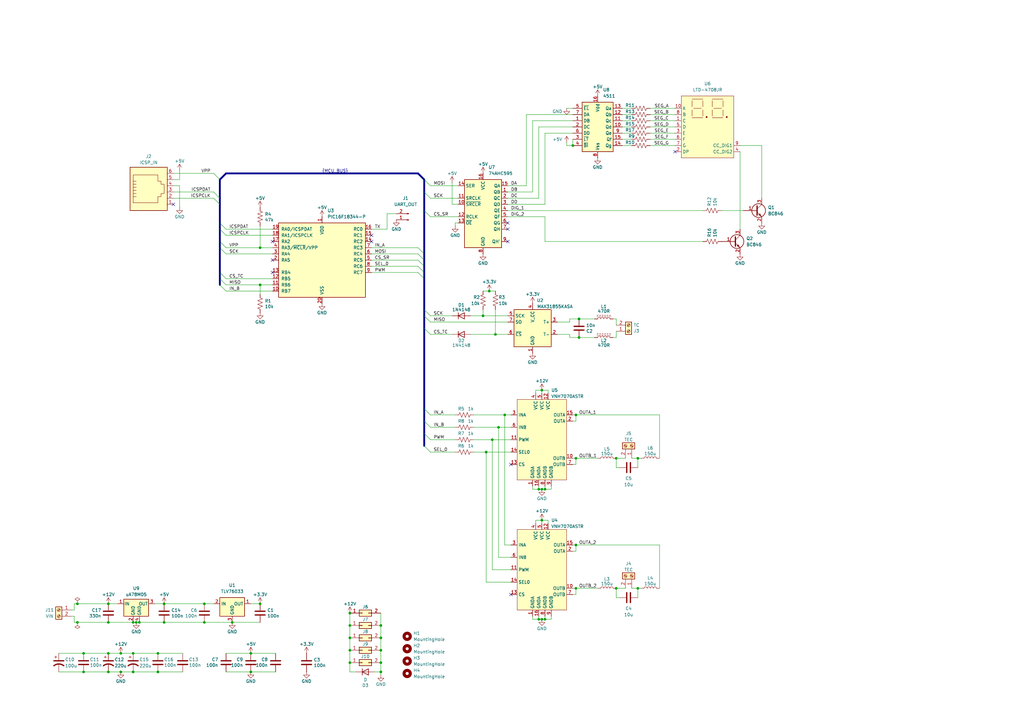
<source format=kicad_sch>
(kicad_sch (version 20231120) (generator "eeschema") (generator_version "8.0")
  (paper "A3")
  (bus_alias "MCU_BUS" (members "ICSPCLK" "ICSPDAT" "VPP" "PWM" "ENC_A" "ENC_B" "SEL_0" "IN_A" "IN_B" "CS" "TX" "MOSI" "MISO" "SCK" "DRDY" "CS_TC" "CS_SR"))
  (junction (at 106.68 116.84))
  (junction (at 143.51 261.62))
  (junction (at 223.52 254))
  (junction (at 222.25 254))
  (junction (at 236.22 223.52))
  (junction (at 236.22 241.3))
  (junction (at 220.98 254))
  (junction (at 207.01 170.18))
  (junction (at 222.25 160.02))
  (junction (at 106.68 101.6))
  (junction (at 198.12 129.54))
  (junction (at 143.51 251.46))
  (junction (at 67.31 247.65))
  (junction (at 261.62 241.3))
  (junction (at 236.22 187.96))
  (junction (at 156.21 266.7))
  (junction (at 200.66 119.38))
  (junction (at 143.51 266.7))
  (junction (at 261.62 187.96))
  (junction (at 234.95 59.69))
  (junction (at 252.73 187.96))
  (junction (at 236.22 170.18))
  (junction (at 156.21 256.54))
  (junction (at 67.31 255.27))
  (junction (at 237.49 138.43))
  (junction (at 95.25 255.27))
  (junction (at 204.47 175.26))
  (junction (at 222.25 200.66))
  (junction (at 64.77 275.59))
  (junction (at 156.21 275.59))
  (junction (at 44.45 267.97))
  (junction (at 156.21 271.78))
  (junction (at 222.25 213.36))
  (junction (at 44.45 275.59))
  (junction (at 44.45 255.27))
  (junction (at 31.75 255.27))
  (junction (at 64.77 267.97))
  (junction (at 44.45 247.65))
  (junction (at 54.61 255.27))
  (junction (at 156.21 261.62))
  (junction (at 83.82 247.65))
  (junction (at 49.53 267.97))
  (junction (at 83.82 255.27))
  (junction (at 106.68 247.65))
  (junction (at 220.98 200.66))
  (junction (at 199.39 185.42))
  (junction (at 34.29 275.59))
  (junction (at 34.29 267.97))
  (junction (at 54.61 267.97))
  (junction (at 252.73 241.3))
  (junction (at 54.61 275.59))
  (junction (at 223.52 200.66))
  (junction (at 49.53 275.59))
  (junction (at 102.87 267.97))
  (junction (at 237.49 130.81))
  (junction (at 31.75 247.65))
  (junction (at 203.2 137.16))
  (junction (at 201.93 180.34))
  (junction (at 143.51 271.78))
  (junction (at 143.51 256.54))
  (junction (at 102.87 275.59))
  (junction (at 57.15 255.27))
  (junction (at 55.88 255.27))
  (no_connect (at 208.28 99.06))
  (no_connect (at 152.4 96.52))
  (no_connect (at 111.76 99.06))
  (no_connect (at 111.76 111.76))
  (no_connect (at 276.86 62.23))
  (no_connect (at 152.4 99.06))
  (no_connect (at 208.28 93.98))
  (no_connect (at 71.12 83.82))
  (no_connect (at 209.55 190.5))
  (no_connect (at 111.76 106.68))
  (no_connect (at 209.55 243.84))
  (no_connect (at 208.28 91.44))
  (bus_entry (at 173.99 177.8) (size 2.54 2.54))
  (bus_entry (at 173.99 127) (size 2.54 2.54))
  (bus_entry (at 171.45 106.68) (size 2.54 2.54))
  (bus_entry (at 173.99 134.62) (size 2.54 2.54))
  (bus_entry (at 171.45 104.14) (size 2.54 2.54))
  (bus_entry (at 173.99 129.54) (size 2.54 2.54))
  (bus_entry (at 173.99 172.72) (size 2.54 2.54))
  (bus_entry (at 90.17 116.84) (size 2.54 2.54))
  (bus_entry (at 171.45 111.76) (size 2.54 2.54))
  (bus_entry (at 90.17 111.76) (size 2.54 2.54))
  (bus_entry (at 173.99 86.36) (size 2.54 2.54))
  (bus_entry (at 90.17 93.98) (size 2.54 2.54))
  (bus_entry (at 87.63 71.12) (size 2.54 2.54))
  (bus_entry (at 171.45 109.22) (size 2.54 2.54))
  (bus_entry (at 173.99 78.74) (size 2.54 2.54))
  (bus_entry (at 87.63 81.28) (size 2.54 2.54))
  (bus_entry (at 173.99 73.66) (size 2.54 2.54))
  (bus_entry (at 87.63 78.74) (size 2.54 2.54))
  (bus_entry (at 173.99 182.88) (size 2.54 2.54))
  (bus_entry (at 90.17 91.44) (size 2.54 2.54))
  (bus_entry (at 90.17 99.06) (size 2.54 2.54))
  (bus_entry (at 90.17 101.6) (size 2.54 2.54))
  (bus_entry (at 173.99 167.64) (size 2.54 2.54))
  (bus_entry (at 90.17 114.3) (size 2.54 2.54))
  (bus_entry (at 171.45 101.6) (size 2.54 2.54))
  (wire (pts (xy 209.55 233.68) (xy 201.93 233.68)))
  (wire (pts (xy 223.52 54.61) (xy 234.95 54.61)))
  (wire (pts (xy 209.55 238.76) (xy 199.39 238.76)))
  (bus (pts (xy 173.99 106.68) (xy 173.99 109.22)) (stroke (width 0.75)))
  (wire (pts (xy 83.82 247.65) (xy 87.63 247.65)))
  (wire (pts (xy 254 191.77) (xy 252.73 191.77)))
  (wire (pts (xy 255.27 52.07) (xy 259.08 52.07)))
  (wire (pts (xy 24.13 267.97) (xy 34.29 267.97)))
  (wire (pts (xy 236.22 170.18) (xy 234.95 170.18)))
  (wire (pts (xy 102.87 267.97) (xy 113.03 267.97)))
  (wire (pts (xy 92.71 93.98) (xy 111.76 93.98)))
  (wire (pts (xy 270.51 223.52) (xy 270.51 241.3)))
  (wire (pts (xy 215.9 76.2) (xy 215.9 46.99)))
  (bus (pts (xy 90.17 81.28) (xy 90.17 83.82)) (stroke (width 0.75)))
  (wire (pts (xy 176.53 76.2) (xy 187.96 76.2)))
  (wire (pts (xy 266.7 46.99) (xy 276.86 46.99)))
  (wire (pts (xy 266.7 59.69) (xy 276.86 59.69)))
  (bus (pts (xy 92.71 71.12) (xy 171.45 71.12)) (stroke (width 0.75)))
  (wire (pts (xy 71.12 71.12) (xy 87.63 71.12)))
  (wire (pts (xy 259.08 187.96) (xy 261.62 187.96)))
  (wire (pts (xy 255.27 57.15) (xy 259.08 57.15)))
  (bus (pts (xy 173.99 134.62) (xy 173.99 167.64)) (stroke (width 0.75)))
  (wire (pts (xy 187.96 83.82) (xy 185.42 83.82)))
  (wire (pts (xy 64.77 267.97) (xy 74.93 267.97)))
  (wire (pts (xy 237.49 130.81) (xy 243.84 130.81)))
  (wire (pts (xy 54.61 275.59) (xy 64.77 275.59)))
  (wire (pts (xy 237.49 138.43) (xy 243.84 138.43)))
  (wire (pts (xy 220.98 52.07) (xy 234.95 52.07)))
  (wire (pts (xy 270.51 170.18) (xy 270.51 187.96)))
  (wire (pts (xy 208.28 88.9) (xy 223.52 88.9)))
  (wire (pts (xy 187.96 91.44) (xy 186.69 91.44)))
  (bus (pts (xy 173.99 129.54) (xy 173.99 134.62)) (stroke (width 0.75)))
  (wire (pts (xy 55.88 255.27) (xy 57.15 255.27)))
  (wire (pts (xy 158.75 87.63) (xy 158.75 93.98)))
  (wire (pts (xy 208.28 76.2) (xy 215.9 76.2)))
  (wire (pts (xy 251.46 130.81) (xy 252.73 130.81)))
  (wire (pts (xy 198.12 119.38) (xy 200.66 119.38)))
  (wire (pts (xy 44.45 275.59) (xy 49.53 275.59)))
  (wire (pts (xy 236.22 226.06) (xy 234.95 226.06)))
  (wire (pts (xy 222.25 254) (xy 223.52 254)))
  (wire (pts (xy 44.45 267.97) (xy 49.53 267.97)))
  (bus (pts (xy 173.99 127) (xy 173.99 129.54)) (stroke (width 0.75)))
  (wire (pts (xy 207.01 170.18) (xy 207.01 223.52)))
  (bus (pts (xy 173.99 104.14) (xy 173.99 106.68)) (stroke (width 0.75)))
  (wire (pts (xy 236.22 187.96) (xy 245.11 187.96)))
  (wire (pts (xy 218.44 254) (xy 220.98 254)))
  (wire (pts (xy 234.95 57.15) (xy 234.95 59.69)))
  (wire (pts (xy 92.71 116.84) (xy 106.68 116.84)))
  (wire (pts (xy 252.73 241.3) (xy 256.54 241.3)))
  (wire (pts (xy 223.52 200.66) (xy 226.06 200.66)))
  (wire (pts (xy 67.31 247.65) (xy 83.82 247.65)))
  (wire (pts (xy 31.75 255.27) (xy 44.45 255.27)))
  (wire (pts (xy 218.44 200.66) (xy 220.98 200.66)))
  (wire (pts (xy 222.25 213.36) (xy 224.79 213.36)))
  (wire (pts (xy 232.41 59.69) (xy 232.41 58.42)))
  (wire (pts (xy 223.52 99.06) (xy 223.52 88.9)))
  (wire (pts (xy 219.71 160.02) (xy 219.71 161.29)))
  (wire (pts (xy 24.13 275.59) (xy 34.29 275.59)))
  (wire (pts (xy 266.7 54.61) (xy 276.86 54.61)))
  (wire (pts (xy 219.71 213.36) (xy 219.71 214.63)))
  (wire (pts (xy 223.52 83.82) (xy 223.52 54.61)))
  (wire (pts (xy 194.31 185.42) (xy 199.39 185.42)))
  (bus (pts (xy 90.17 73.66) (xy 92.71 71.12)) (stroke (width 0.75)))
  (wire (pts (xy 209.55 228.6) (xy 204.47 228.6)))
  (wire (pts (xy 92.71 275.59) (xy 102.87 275.59)))
  (wire (pts (xy 176.53 132.08) (xy 208.28 132.08)))
  (wire (pts (xy 92.71 267.97) (xy 102.87 267.97)))
  (wire (pts (xy 92.71 119.38) (xy 111.76 119.38)))
  (wire (pts (xy 223.52 99.06) (xy 288.29 99.06)))
  (wire (pts (xy 220.98 252.73) (xy 220.98 254)))
  (wire (pts (xy 29.21 252.73) (xy 30.48 252.73)))
  (wire (pts (xy 194.31 180.34) (xy 201.93 180.34)))
  (wire (pts (xy 219.71 160.02) (xy 222.25 160.02)))
  (bus (pts (xy 90.17 111.76) (xy 90.17 114.3)) (stroke (width 0.75)))
  (wire (pts (xy 201.93 233.68) (xy 201.93 180.34)))
  (wire (pts (xy 156.21 251.46) (xy 156.21 256.54)))
  (bus (pts (xy 173.99 172.72) (xy 173.99 177.8)) (stroke (width 0.75)))
  (wire (pts (xy 234.95 243.84) (xy 236.22 243.84)))
  (wire (pts (xy 156.21 276.86) (xy 156.21 275.59)))
  (wire (pts (xy 176.53 129.54) (xy 185.42 129.54)))
  (wire (pts (xy 228.6 132.08) (xy 233.68 132.08)))
  (wire (pts (xy 152.4 104.14) (xy 171.45 104.14)))
  (wire (pts (xy 83.82 255.27) (xy 95.25 255.27)))
  (wire (pts (xy 261.62 187.96) (xy 262.89 187.96)))
  (wire (pts (xy 49.53 275.59) (xy 54.61 275.59)))
  (wire (pts (xy 226.06 200.66) (xy 226.06 199.39)))
  (wire (pts (xy 49.53 267.97) (xy 54.61 267.97)))
  (wire (pts (xy 63.5 247.65) (xy 67.31 247.65)))
  (bus (pts (xy 171.45 71.12) (xy 173.99 73.66)) (stroke (width 0.75)))
  (wire (pts (xy 220.98 200.66) (xy 222.25 200.66)))
  (wire (pts (xy 207.01 170.18) (xy 209.55 170.18)))
  (bus (pts (xy 90.17 99.06) (xy 90.17 101.6)) (stroke (width 0.75)))
  (wire (pts (xy 31.75 247.65) (xy 44.45 247.65)))
  (wire (pts (xy 201.93 180.34) (xy 209.55 180.34)))
  (wire (pts (xy 208.28 81.28) (xy 220.98 81.28)))
  (wire (pts (xy 220.98 254) (xy 222.25 254)))
  (bus (pts (xy 173.99 73.66) (xy 173.99 78.74)) (stroke (width 0.75)))
  (bus (pts (xy 173.99 78.74) (xy 173.99 86.36)) (stroke (width 0.75)))
  (wire (pts (xy 199.39 238.76) (xy 199.39 185.42)))
  (wire (pts (xy 176.53 175.26) (xy 186.69 175.26)))
  (wire (pts (xy 92.71 101.6) (xy 106.68 101.6)))
  (wire (pts (xy 252.73 138.43) (xy 251.46 138.43)))
  (bus (pts (xy 173.99 114.3) (xy 173.99 127)) (stroke (width 0.75)))
  (wire (pts (xy 236.22 190.5) (xy 236.22 187.96)))
  (wire (pts (xy 266.7 44.45) (xy 276.86 44.45)))
  (bus (pts (xy 90.17 91.44) (xy 90.17 93.98)) (stroke (width 0.75)))
  (wire (pts (xy 234.95 187.96) (xy 236.22 187.96)))
  (wire (pts (xy 156.21 275.59) (xy 156.21 271.78)))
  (wire (pts (xy 176.53 180.34) (xy 186.69 180.34)))
  (wire (pts (xy 34.29 267.97) (xy 44.45 267.97)))
  (wire (pts (xy 30.48 250.19) (xy 30.48 247.65)))
  (wire (pts (xy 30.48 255.27) (xy 31.75 255.27)))
  (wire (pts (xy 176.53 185.42) (xy 186.69 185.42)))
  (wire (pts (xy 236.22 223.52) (xy 270.51 223.52)))
  (wire (pts (xy 106.68 116.84) (xy 106.68 120.65)))
  (bus (pts (xy 90.17 73.66) (xy 90.17 81.28)) (stroke (width 0.75)))
  (wire (pts (xy 71.12 76.2) (xy 73.66 76.2)))
  (wire (pts (xy 156.21 266.7) (xy 156.21 271.78)))
  (wire (pts (xy 222.25 213.36) (xy 222.25 214.63)))
  (wire (pts (xy 236.22 172.72) (xy 234.95 172.72)))
  (wire (pts (xy 176.53 170.18) (xy 186.69 170.18)))
  (wire (pts (xy 156.21 261.62) (xy 156.21 266.7)))
  (wire (pts (xy 64.77 275.59) (xy 74.93 275.59)))
  (wire (pts (xy 204.47 175.26) (xy 209.55 175.26)))
  (wire (pts (xy 207.01 223.52) (xy 209.55 223.52)))
  (wire (pts (xy 71.12 81.28) (xy 87.63 81.28)))
  (wire (pts (xy 203.2 137.16) (xy 208.28 137.16)))
  (wire (pts (xy 295.91 86.36) (xy 304.8 86.36)))
  (wire (pts (xy 233.68 138.43) (xy 233.68 137.16)))
  (wire (pts (xy 158.75 87.63) (xy 162.56 87.63)))
  (wire (pts (xy 208.28 78.74) (xy 218.44 78.74)))
  (wire (pts (xy 252.73 187.96) (xy 256.54 187.96)))
  (wire (pts (xy 102.87 275.59) (xy 113.03 275.59)))
  (wire (pts (xy 146.05 275.59) (xy 143.51 275.59)))
  (wire (pts (xy 54.61 267.97) (xy 64.77 267.97)))
  (wire (pts (xy 200.66 119.38) (xy 203.2 119.38)))
  (wire (pts (xy 237.49 138.43) (xy 233.68 138.43)))
  (wire (pts (xy 254 245.11) (xy 252.73 245.11)))
  (wire (pts (xy 236.22 243.84) (xy 236.22 241.3)))
  (wire (pts (xy 102.87 247.65) (xy 106.68 247.65)))
  (bus (pts (xy 90.17 114.3) (xy 90.17 116.84)) (stroke (width 0.75)))
  (wire (pts (xy 224.79 160.02) (xy 224.79 161.29)))
  (wire (pts (xy 152.4 101.6) (xy 171.45 101.6)))
  (bus (pts (xy 90.17 101.6) (xy 90.17 111.76)) (stroke (width 0.75)))
  (wire (pts (xy 153.67 275.59) (xy 156.21 275.59)))
  (wire (pts (xy 193.04 137.16) (xy 203.2 137.16)))
  (bus (pts (xy 173.99 111.76) (xy 173.99 114.3)) (stroke (width 0.75)))
  (wire (pts (xy 252.73 241.3) (xy 252.73 245.11)))
  (bus (pts (xy 173.99 167.64) (xy 173.99 172.72)) (stroke (width 0.75)))
  (wire (pts (xy 222.25 160.02) (xy 224.79 160.02)))
  (wire (pts (xy 218.44 49.53) (xy 218.44 78.74)))
  (wire (pts (xy 232.41 44.45) (xy 234.95 44.45)))
  (wire (pts (xy 198.12 129.54) (xy 208.28 129.54)))
  (wire (pts (xy 193.04 129.54) (xy 198.12 129.54)))
  (wire (pts (xy 152.4 106.68) (xy 171.45 106.68)))
  (wire (pts (xy 92.71 114.3) (xy 111.76 114.3)))
  (wire (pts (xy 255.27 59.69) (xy 259.08 59.69)))
  (wire (pts (xy 234.95 59.69) (xy 232.41 59.69)))
  (wire (pts (xy 261.62 241.3) (xy 261.62 245.11)))
  (wire (pts (xy 226.06 254) (xy 226.06 252.73)))
  (wire (pts (xy 71.12 73.66) (xy 73.66 73.66)))
  (bus (pts (xy 90.17 93.98) (xy 90.17 99.06)) (stroke (width 0.75)))
  (wire (pts (xy 194.31 170.18) (xy 207.01 170.18)))
  (wire (pts (xy 208.28 83.82) (xy 223.52 83.82)))
  (wire (pts (xy 176.53 88.9) (xy 187.96 88.9)))
  (wire (pts (xy 303.53 59.69) (xy 312.42 59.69)))
  (wire (pts (xy 261.62 241.3) (xy 262.89 241.3)))
  (wire (pts (xy 143.51 275.59) (xy 143.51 271.78)))
  (wire (pts (xy 252.73 130.81) (xy 252.73 133.35)))
  (wire (pts (xy 143.51 256.54) (xy 143.51 261.62)))
  (wire (pts (xy 266.7 57.15) (xy 276.86 57.15)))
  (wire (pts (xy 220.98 199.39) (xy 220.98 200.66)))
  (wire (pts (xy 176.53 137.16) (xy 185.42 137.16)))
  (wire (pts (xy 236.22 223.52) (xy 234.95 223.52)))
  (wire (pts (xy 73.66 69.85) (xy 73.66 73.66)))
  (wire (pts (xy 156.21 256.54) (xy 156.21 261.62)))
  (wire (pts (xy 92.71 96.52) (xy 111.76 96.52)))
  (wire (pts (xy 143.51 251.46) (xy 143.51 256.54)))
  (bus (pts (xy 173.99 86.36) (xy 173.99 104.14)) (stroke (width 0.75)))
  (wire (pts (xy 152.4 109.22) (xy 171.45 109.22)))
  (wire (pts (xy 71.12 78.74) (xy 87.63 78.74)))
  (wire (pts (xy 234.95 190.5) (xy 236.22 190.5)))
  (wire (pts (xy 34.29 275.59) (xy 44.45 275.59)))
  (wire (pts (xy 106.68 101.6) (xy 106.68 92.71)))
  (wire (pts (xy 203.2 127) (xy 203.2 137.16)))
  (wire (pts (xy 185.42 83.82) (xy 185.42 74.93)))
  (wire (pts (xy 57.15 255.27) (xy 67.31 255.27)))
  (wire (pts (xy 259.08 241.3) (xy 261.62 241.3)))
  (wire (pts (xy 204.47 228.6) (xy 204.47 175.26)))
  (wire (pts (xy 218.44 252.73) (xy 218.44 254)))
  (wire (pts (xy 218.44 199.39) (xy 218.44 200.66)))
  (wire (pts (xy 252.73 135.89) (xy 252.73 138.43)))
  (wire (pts (xy 233.68 132.08) (xy 233.68 130.81)))
  (wire (pts (xy 215.9 46.99) (xy 234.95 46.99)))
  (wire (pts (xy 208.28 86.36) (xy 288.29 86.36)))
  (wire (pts (xy 198.12 127) (xy 198.12 129.54)))
  (wire (pts (xy 252.73 187.96) (xy 252.73 191.77)))
  (wire (pts (xy 219.71 213.36) (xy 222.25 213.36)))
  (wire (pts (xy 106.68 101.6) (xy 111.76 101.6)))
  (wire (pts (xy 266.7 52.07) (xy 276.86 52.07)))
  (wire (pts (xy 223.52 254) (xy 226.06 254)))
  (wire (pts (xy 30.48 252.73) (xy 30.48 255.27)))
  (wire (pts (xy 255.27 54.61) (xy 259.08 54.61)))
  (bus (pts (xy 173.99 109.22) (xy 173.99 111.76)) (stroke (width 0.75)))
  (wire (pts (xy 54.61 255.27) (xy 55.88 255.27)))
  (wire (pts (xy 29.21 250.19) (xy 30.48 250.19)))
  (wire (pts (xy 220.98 52.07) (xy 220.98 81.28)))
  (wire (pts (xy 236.22 223.52) (xy 236.22 226.06)))
  (wire (pts (xy 95.25 255.27) (xy 106.68 255.27)))
  (wire (pts (xy 228.6 137.16) (xy 233.68 137.16)))
  (wire (pts (xy 236.22 170.18) (xy 270.51 170.18)))
  (wire (pts (xy 218.44 49.53) (xy 234.95 49.53)))
  (wire (pts (xy 223.52 252.73) (xy 223.52 254)))
  (wire (pts (xy 234.95 241.3) (xy 236.22 241.3)))
  (bus (pts (xy 90.17 83.82) (xy 90.17 91.44)) (stroke (width 0.75)))
  (wire (pts (xy 73.66 76.2) (xy 73.66 85.09)))
  (wire (pts (xy 186.69 91.44) (xy 186.69 92.71)))
  (wire (pts (xy 236.22 241.3) (xy 245.11 241.3)))
  (wire (pts (xy 199.39 185.42) (xy 209.55 185.42)))
  (wire (pts (xy 255.27 46.99) (xy 259.08 46.99)))
  (wire (pts (xy 255.27 44.45) (xy 259.08 44.45)))
  (wire (pts (xy 261.62 187.96) (xy 261.62 191.77)))
  (wire (pts (xy 255.27 49.53) (xy 259.08 49.53)))
  (wire (pts (xy 92.71 104.14) (xy 111.76 104.14)))
  (wire (pts (xy 236.22 170.18) (xy 236.22 172.72)))
  (wire (pts (xy 106.68 116.84) (xy 111.76 116.84)))
  (wire (pts (xy 312.42 59.69) (xy 312.42 81.28)))
  (bus (pts (xy 173.99 177.8) (xy 173.99 182.88)) (stroke (width 0.75)))
  (wire (pts (xy 143.51 266.7) (xy 143.51 271.78)))
  (wire (pts (xy 223.52 199.39) (xy 223.52 200.66)))
  (wire (pts (xy 30.48 247.65) (xy 31.75 247.65)))
  (wire (pts (xy 266.7 49.53) (xy 276.86 49.53)))
  (wire (pts (xy 237.49 130.81) (xy 233.68 130.81)))
  (wire (pts (xy 303.53 62.23) (xy 303.53 93.98)))
  (wire (pts (xy 194.31 175.26) (xy 204.47 175.26)))
  (wire (pts (xy 222.25 160.02) (xy 222.25 161.29)))
  (wire (pts (xy 152.4 111.76) (xy 171.45 111.76)))
  (wire (pts (xy 44.45 255.27) (xy 54.61 255.27)))
  (wire (pts (xy 224.79 213.36) (xy 224.79 214.63)))
  (wire (pts (xy 222.25 200.66) (xy 223.52 200.66)))
  (wire (pts (xy 176.53 81.28) (xy 187.96 81.28)))
  (wire (pts (xy 67.31 255.27) (xy 83.82 255.27)))
  (wire (pts (xy 152.4 93.98) (xy 158.75 93.98)))
  (wire (pts (xy 44.45 247.65) (xy 48.26 247.65)))
  (wire (pts (xy 143.51 261.62) (xy 143.51 266.7)))
  (label "OUTB_1" (at 237.49 187.96 0))
  (label "MISO" (at 177.8 132.08 0))
  (label "VPP" (at 86.36 71.12 180))
  (label "IN_A" (at 153.67 101.6 0))
  (label "CS_SR" (at 177.8 88.9 0))
  (label "TX" (at 153.67 93.98 0))
  (label "ICSPCLK" (at 93.98 96.52 0))
  (label "SEL_0" (at 153.67 109.22 0))
  (label "ICSPDAT" (at 86.36 78.74 180))
  (label "SEG_E" (at 274.32 54.61 180))
  (label "SEG_F" (at 274.32 57.15 180))
  (label "SEG_G" (at 274.32 59.69 180))
  (label "CS_TC" (at 93.98 114.3 0))
  (label "IN_B" (at 93.98 119.38 0))
  (label "CS_SR" (at 153.67 106.68 0))
  (label "MOSI" (at 177.8 76.2 0))
  (label "SCK" (at 177.8 129.54 0))
  (label "VPP" (at 93.98 101.6 0))
  (label "SEG_C" (at 274.32 49.53 180))
  (label "OUTB_2" (at 237.49 241.3 0))
  (label "DA" (at 209.55 76.2 0))
  (label "ICSPDAT" (at 93.98 93.98 0))
  (label "IN_B" (at 177.8 175.26 0))
  (label "SEG_D" (at 274.32 52.07 180))
  (label "DIG_2" (at 209.55 88.9 0))
  (label "CS_TC" (at 177.8 137.16 0))
  (label "IN_A" (at 177.8 170.18 0))
  (label "MOSI" (at 153.67 104.14 0))
  (label "MISO" (at 93.98 116.84 0))
  (label "SEL_0" (at 177.8 185.42 0))
  (label "SCK" (at 93.98 104.14 0))
  (label "DIG_1" (at 209.55 86.36 0))
  (label "PWM" (at 177.8 180.34 0))
  (label "ICSPCLK" (at 86.36 81.28 180))
  (label "DB" (at 209.55 78.74 0))
  (label "SCK" (at 177.8 81.28 0))
  (label "PWM" (at 153.67 111.76 0))
  (label "DC" (at 209.55 81.28 0))
  (label "{MCU_BUS}" (at 132.08 71.12 0))
  (label "SEG_A" (at 274.32 44.45 180))
  (label "SEG_B" (at 274.32 46.99 180))
  (label "DD" (at 209.55 83.82 0))
  (label "OUTA_2" (at 237.49 223.52 0))
  (label "OUTA_1" (at 237.49 170.18 0))
  (symbol (lib_id "Device:C") (at 92.71 271.78 0) (mirror y) (unit 1)
    (property "Reference" "C7" (at 89.535 270.51 0) (effects (justify left)))
    (property "Value" "100n" (at 89.535 272.8214 0) (effects (justify left)))
    (property "Footprint" "Capacitor_SMD:C_0805_2012Metric" (effects (hide yes)))
  )
  (symbol (lib_id "Device:C") (at 102.87 271.78 0) (mirror y) (unit 1)
    (property "Reference" "C9" (at 99.695 270.51 0) (effects (justify left)))
    (property "Value" "100n" (at 99.695 272.8214 0) (effects (justify left)))
    (property "Footprint" "Capacitor_SMD:C_0805_2012Metric" (effects (hide yes)))
  )
  (symbol (lib_id "Device:C") (at 44.45 251.46 0) (mirror y) (unit 1)
    (property "Reference" "C17" (at 41.529 250.2916 0) (effects (justify left)))
    (property "Value" "330n" (at 41.529 252.603 0) (effects (justify left)))
    (property "Footprint" "Capacitor_SMD:C_0805_2012Metric" (effects (hide yes)))
  )
  (symbol (lib_id "Device:C") (at 67.31 251.46 0) (unit 1)
    (property "Reference" "C14" (at 70.231 250.2916 0) (effects (justify left)))
    (property "Value" "100n" (at 70.231 252.603 0) (effects (justify left)))
    (property "Footprint" "Capacitor_SMD:C_0805_2012Metric" (effects (hide yes)))
  )
  (symbol (lib_id "Device:R_US") (at 106.68 88.9 180) (unit 1)
    (property "Reference" "R4" (at 108.585 87.8586 0) (effects (justify right)))
    (property "Value" "47k" (at 108.585 90.17 0) (effects (justify right)))
    (property "Footprint" "Resistor_SMD:R_0805_2012Metric" (effects (hide yes)))
  )
  (symbol (lib_id "Connector:Screw_Terminal_01x02") (at 257.81 135.89 0) (mirror x) (unit 1)
    (property "Reference" "J3" (at 259.842 135.6868 0) (effects (justify left)))
    (property "Value" "TC" (at 259.842 133.3754 0) (effects (justify left)))
    (property "Footprint" "TerminalBlock:TerminalBlock_bornier-2_P5.08mm" (effects (hide yes)))
  )
  (symbol (lib_id "Device:R_US") (at 292.1 99.06 90) (unit 1)
    (property "Reference" "R16" (at 290.9316 97.3328 0) (effects (justify left)))
    (property "Value" "10k" (at 293.243 97.3328 0) (effects (justify left)))
    (property "Footprint" "Resistor_SMD:R_0805_2012Metric" (effects (hide yes)))
  )
  (symbol (lib_id "Device:R_US") (at 292.1 86.36 90) (unit 1)
    (property "Reference" "R12" (at 290.9316 84.6328 0) (effects (justify left)))
    (property "Value" "10k" (at 293.243 84.6328 0) (effects (justify left)))
    (property "Footprint" "Resistor_SMD:R_0805_2012Metric" (effects (hide yes)))
  )
  (symbol (lib_id "Device:R_US") (at 262.89 44.45 90) (unit 1)
    (property "Reference" "R11" (at 260.35 43.18 90) (effects (justify left)))
    (property "Value" "R_US" (effects (hide yes)))
    (property "Footprint" "Resistor_SMD:R_0805_2012Metric" (effects (hide yes)))
  )
  (symbol (lib_id "Device:R_US") (at 262.89 46.99 90) (unit 1)
    (property "Reference" "R13" (at 260.35 45.72 90) (effects (justify left)))
    (property "Value" "R_US" (effects (hide yes)))
    (property "Footprint" "Resistor_SMD:R_0805_2012Metric" (effects (hide yes)))
  )
  (symbol (lib_id "Device:R_US") (at 262.89 49.53 90) (unit 1)
    (property "Reference" "R14" (at 260.35 48.26 90) (effects (justify left)))
    (property "Value" "R_US" (effects (hide yes)))
    (property "Footprint" "Resistor_SMD:R_0805_2012Metric" (effects (hide yes)))
  )
  (symbol (lib_id "Device:R_US") (at 262.89 52.07 90) (unit 1)
    (property "Reference" "R15" (at 260.35 50.8 90) (effects (justify left)))
    (property "Value" "R_US" (effects (hide yes)))
    (property "Footprint" "Resistor_SMD:R_0805_2012Metric" (effects (hide yes)))
  )
  (symbol (lib_id "Device:R_US") (at 262.89 54.61 90) (unit 1)
    (property "Reference" "R17" (at 260.35 53.34 90) (effects (justify left)))
    (property "Value" "R_US" (effects (hide yes)))
    (property "Footprint" "Resistor_SMD:R_0805_2012Metric" (effects (hide yes)))
  )
  (symbol (lib_id "Device:R_US") (at 262.89 57.15 90) (unit 1)
    (property "Reference" "R9" (at 260.35 55.88 90) (effects (justify left)))
    (property "Value" "R_US" (effects (hide yes)))
    (property "Footprint" "Resistor_SMD:R_0805_2012Metric" (effects (hide yes)))
  )
  (symbol (lib_id "Device:R_US") (at 262.89 59.69 90) (unit 1)
    (property "Reference" "R10" (at 260.35 58.42 90) (effects (justify left)))
    (property "Value" "R_US" (effects (hide yes)))
    (property "Footprint" "Resistor_SMD:R_0805_2012Metric" (effects (hide yes)))
  )
  (symbol (lib_name "+5V_1") (lib_id "power:+5V") (at 132.08 88.9 0) (unit 1)
    (property "Reference" "#PWR027" (effects (hide yes)))
    (property "Value" "+5V" (at 132.08 85.09 0))
    (property "Description" "Power symbol creates a global label with name \"+5V\"" (effects (hide yes)))
  )
  (symbol (lib_name "+12V_1") (lib_id "power:+12V") (at 143.51 251.46 0) (unit 1)
    (property "Reference" "#PWR017" (effects (hide yes)))
    (property "Value" "+12V" (at 143.51 247.65 0))
    (property "Description" "Power symbol creates a global label with name \"+12V\"" (effects (hide yes)))
  )
  (symbol (lib_id "Device:R_US") (at 198.12 123.19 0) (mirror y) (unit 1)
    (property "Reference" "R2" (at 196.85 121.92 0) (effects (justify left)))
    (property "Value" "10k" (at 196.85 124.46 0) (effects (justify left)))
    (property "Footprint" "Resistor_SMD:R_0805_2012Metric" (effects (hide yes)))
  )
  (symbol (lib_name "GND_1") (lib_id "power:GND") (at 312.42 91.44 0) (unit 1)
    (property "Reference" "#PWR026" (effects (hide yes)))
    (property "Value" "GND" (at 312.42 95.25 0))
    (property "Description" "Power symbol creates a global label with name \"GND\" , ground" (effects (hide yes)))
  )
  (symbol (lib_id "74xx:74AHC595") (at 198.12 86.36 0) (unit 1)
    (property "Reference" "U7" (at 200.3141 68.58 0) (effects (justify left)))
    (property "Value" "74AHC595" (at 200.3141 71.12 0) (effects (justify left)))
    (property "Footprint" "Package_SO:SOIC-16_3.9x9.9mm_P1.27mm" (effects (hide yes)))
    (property "Datasheet" "https://assets.nexperia.com/documents/data-sheet/74AHC_AHCT595.pdf" (effects (hide yes)))
  )
  (symbol (lib_name "+5V_1") (lib_id "power:+5V") (at 245.11 39.37 0) (unit 1)
    (property "Reference" "#PWR015" (effects (hide yes)))
    (property "Value" "+5V" (at 245.11 35.56 0))
    (property "Description" "Power symbol creates a global label with name \"+5V\"" (effects (hide yes)))
  )
  (symbol (lib_id "Connector_Generic:Conn_02x01") (at 148.59 256.54 0) (unit 1)
    (property "Reference" "J7" (at 149.86 254 0))
    (property "Value" "Conn_02x01" (effects (hide yes)))
    (property "Footprint" "Connector_PinHeader_2.54mm:PinHeader_1x02_P2.54mm_Vertical" (effects (hide yes)))
    (property "Description" "Generic connector, double row, 02x01, this symbol is compatible with counter-clockwise, top-bottom and odd-even numbering schemes., script generated (kicad-library-utils/schlib/autogen/connector/)" (effects (hide yes)))
  )
  (symbol (lib_id "Device:C") (at 237.49 134.62 0) (mirror x) (unit 1)
    (property "Reference" "C2" (at 240.411 135.7884 0) (effects (justify left)))
    (property "Value" "10n" (at 240.411 133.477 0) (effects (justify left)))
    (property "Footprint" "Capacitor_SMD:C_0805_2012Metric" (effects (hide yes)))
  )
  (symbol (lib_id "Device:C_Polarized_US") (at 24.13 271.78 0) (unit 1)
    (property "Reference" "C10" (at 26.67 270.51 0) (effects (justify left)))
    (property "Value" "100u" (at 26.67 273.05 0) (effects (justify left)))
    (property "Footprint" "Capacitor_THT:CP_Radial_D6.3mm_P2.50mm" (effects (hide yes)))
  )
  (symbol (lib_id "Device:D") (at 189.23 129.54 0) (mirror x) (unit 1)
    (property "Reference" "D1" (at 189.23 125.095 0))
    (property "Value" "1N4148" (at 189.23 127 0))
    (property "Footprint" "Diode_SMD:D_SOD-323" (effects (hide yes)))
  )
  (symbol (lib_id "Device:R_US") (at 190.5 185.42 90) (unit 1)
    (property "Reference" "R6" (at 190.5 182.88 90) (effects (justify left)))
    (property "Value" "1k" (at 194.31 182.88 90) (effects (justify left)))
    (property "Footprint" "Resistor_SMD:R_0805_2012Metric" (effects (hide yes)))
  )
  (symbol (lib_name "+12V_1") (lib_id "power:+12V") (at 222.25 213.36 0) (unit 1)
    (property "Reference" "#PWR035" (effects (hide yes)))
    (property "Value" "+12V" (at 222.25 209.55 0))
    (property "Description" "Power symbol creates a global label with name \"+12V\"" (effects (hide yes)))
  )
  (symbol (lib_id "Device:D") (at 189.23 137.16 0) (mirror x) (unit 1)
    (property "Reference" "D2" (at 189.23 139.7 0))
    (property "Value" "1N4148" (at 189.23 141.605 0))
    (property "Footprint" "Diode_SMD:D_SOD-323" (effects (hide yes)))
  )
  (symbol (lib_id "Connector:Screw_Terminal_01x02") (at 24.13 250.19 0) (mirror y) (unit 1)
    (property "Reference" "J11" (at 20.32 250.19 0))
    (property "Value" "VIN" (at 20.32 252.73 0))
    (property "Footprint" "TerminalBlock:TerminalBlock_bornier-2_P5.08mm" (effects (hide yes)))
  )
  (symbol (lib_id "Device:C") (at 257.81 191.77 90) (mirror x) (unit 1)
    (property "Reference" "C5" (at 257.81 196.215 90))
    (property "Value" "10u" (at 257.81 198.755 90))
    (property "Footprint" "Capacitor_THT:C_Rect_L18.0mm_W9.0mm_P15.00mm_FKS3_FKP3" (effects (hide yes)))
    (property "Description" "Unpolarized capacitor" (effects (hide yes)))
  )
  (symbol (lib_id "Device:R_US") (at 203.2 123.19 0) (unit 1)
    (property "Reference" "R3" (at 204.47 121.92 0) (effects (justify left)))
    (property "Value" "10k" (at 204.47 124.46 0) (effects (justify left)))
    (property "Footprint" "Resistor_SMD:R_0805_2012Metric" (effects (hide yes)))
  )
  (symbol (lib_name "+5V_1") (lib_id "power:+5V") (at 198.12 71.12 0) (unit 1)
    (property "Reference" "#PWR031" (effects (hide yes)))
    (property "Value" "+5V" (at 198.12 67.31 0))
    (property "Description" "Power symbol creates a global label with name \"+5V\"" (effects (hide yes)))
  )
  (symbol (lib_id "Device:L_Ferrite") (at 247.65 130.81 90) (unit 1)
    (property "Reference" "L1" (at 247.65 125.73 90))
    (property "Value" "470R" (at 247.65 127.635 90))
    (property "Footprint" "Inductor_SMD:L_0805_2012Metric" (effects (hide yes)))
  )
  (symbol (lib_id "Mechanical:MountingHole") (at 167.005 271.145 0) (unit 1)
    (property "Reference" "H3" (at 169.545 269.875 0) (effects (justify left)))
    (property "Value" "MountingHole" (at 169.545 272.415 0) (effects (justify left)))
    (property "Footprint" "MountingHole:MountingHole_3.2mm_M3" (effects (hide yes)))
  )
  (symbol (lib_id "Device:C") (at 74.93 271.78 0) (unit 1)
    (property "Reference" "C13" (at 77.47 270.51 0) (effects (justify left)))
    (property "Value" "100n" (at 77.47 272.8214 0) (effects (justify left)))
    (property "Footprint" "Capacitor_SMD:C_0805_2012Metric" (effects (hide yes)))
  )
  (symbol (lib_name "GND_1") (lib_id "power:GND") (at 162.56 90.17 0) (unit 1)
    (property "Reference" "#PWR01" (effects (hide yes)))
    (property "Value" "GND" (at 162.56 93.98 0))
    (property "Description" "Power symbol creates a global label with name \"GND\" , ground" (effects (hide yes)))
  )
  (symbol (lib_name "GND_1") (lib_id "power:GND") (at 102.87 275.59 0) (unit 1)
    (property "Reference" "#PWR022" (effects (hide yes)))
    (property "Value" "GND" (at 102.87 279.4 0))
    (property "Description" "Power symbol creates a global label with name \"GND\" , ground" (effects (hide yes)))
  )
  (symbol (lib_id "Mechanical:MountingHole") (at 167.005 260.985 0) (unit 1)
    (property "Reference" "H1" (at 169.545 259.715 0) (effects (justify left)))
    (property "Value" "MountingHole" (at 169.545 262.255 0) (effects (justify left)))
    (property "Footprint" "MountingHole:MountingHole_3.2mm_M3" (effects (hide yes)))
  )
  (symbol (lib_id "Device:C") (at 125.73 271.78 0) (unit 1)
    (property "Reference" "C3" (at 128.651 270.6116 0) (effects (justify left)))
    (property "Value" "100n" (at 128.651 272.923 0) (effects (justify left)))
    (property "Footprint" "Capacitor_SMD:C_0805_2012Metric" (effects (hide yes)))
  )
  (symbol (lib_id "MCU_Microchip_PIC16:PIC16F18344-P") (at 132.08 106.68 0) (unit 1)
    (property "Reference" "U3" (at 134.2741 86.36 0) (effects (justify left)))
    (property "Value" "PIC16F18344-P" (at 134.2741 88.9 0) (effects (justify left)))
    (property "Footprint" "Package_DIP:DIP-20_W7.62mm_Socket" (effects (hide yes)))
    (property "Datasheet" "http://ww1.microchip.com/downloads/en/devicedoc/40001800a.pdf" (effects (hide yes)))
  )
  (symbol (lib_id "Transistor_BJT:BC846") (at 309.88 86.36 0) (unit 1)
    (property "Reference" "Q1" (at 314.96 85.09 0) (effects (justify left)))
    (property "Value" "BC846" (at 314.96 87.63 0) (effects (justify left)))
    (property "Footprint" "Package_TO_SOT_SMD:SOT-23" (effects (hide yes)))
    (property "Datasheet" "https://assets.nexperia.com/documents/data-sheet/BC846_SER.pdf" (effects (hide yes)))
  )
  (symbol (lib_id "Device:C") (at 106.68 251.46 0) (unit 1)
    (property "Reference" "C1" (at 109.601 250.2916 0) (effects (justify left)))
    (property "Value" "100n" (at 109.601 252.603 0) (effects (justify left)))
    (property "Footprint" "Capacitor_SMD:C_0805_2012Metric" (effects (hide yes)))
  )
  (symbol (lib_name "GND_1") (lib_id "power:GND") (at 125.73 275.59 0) (unit 1)
    (property "Reference" "#PWR06" (effects (hide yes)))
    (property "Value" "GND" (at 125.73 279.4 0))
    (property "Description" "Power symbol creates a global label with name \"GND\" , ground" (effects (hide yes)))
  )
  (symbol (lib_id "Device:C_Polarized_US") (at 44.45 271.78 0) (unit 1)
    (property "Reference" "C12" (at 46.99 270.51 0) (effects (justify left)))
    (property "Value" "220u" (at 46.99 273.05 0) (effects (justify left)))
    (property "Footprint" "Capacitor_THT:CP_Radial_D6.3mm_P2.50mm" (effects (hide yes)))
  )
  (symbol (lib_name "+5V_1") (lib_id "power:+5V") (at 185.42 74.93 0) (unit 1)
    (property "Reference" "#PWR028" (effects (hide yes)))
    (property "Value" "+5V" (at 185.42 71.12 0))
    (property "Description" "Power symbol creates a global label with name \"+5V\"" (effects (hide yes)))
  )
  (symbol (lib_id "Connector_Generic:Conn_02x01") (at 148.59 266.7 0) (unit 1)
    (property "Reference" "J9" (at 149.86 264.16 0))
    (property "Value" "Conn_02x01" (effects (hide yes)))
    (property "Footprint" "Connector_PinHeader_2.54mm:PinHeader_1x02_P2.54mm_Vertical" (effects (hide yes)))
    (property "Description" "Generic connector, double row, 02x01, this symbol is compatible with counter-clockwise, top-bottom and odd-even numbering schemes., script generated (kicad-library-utils/schlib/autogen/connector/)" (effects (hide yes)))
  )
  (symbol (lib_id "Device:C") (at 257.81 245.11 90) (mirror x) (unit 1)
    (property "Reference" "C4" (at 257.81 249.555 90))
    (property "Value" "10u" (at 257.81 252.095 90))
    (property "Footprint" "Capacitor_THT:C_Rect_L18.0mm_W9.0mm_P15.00mm_FKS3_FKP3" (effects (hide yes)))
    (property "Description" "Unpolarized capacitor" (effects (hide yes)))
  )
  (symbol (lib_name "+5V_1") (lib_id "power:+5V") (at 232.41 58.42 0) (unit 1)
    (property "Reference" "#PWR023" (effects (hide yes)))
    (property "Value" "+5V" (at 228.6 57.15 0))
    (property "Description" "Power symbol creates a global label with name \"+5V\"" (effects (hide yes)))
  )
  (symbol (lib_id "1_CUSTOM:LTD-4708JR") (at 290.83 44.45 0) (unit 1)
    (property "Reference" "U6" (at 290.195 34.29 0))
    (property "Value" "LTD-4708JR" (at 290.195 36.83 0))
    (property "Footprint" "1_CUSTOM:LTD-4708JR" (effects (hide yes)))
  )
  (symbol (lib_id "Connector_Generic:Conn_02x01") (at 148.59 261.62 0) (unit 1)
    (property "Reference" "J8" (at 149.86 259.08 0))
    (property "Value" "Conn_02x01" (effects (hide yes)))
    (property "Footprint" "Connector_PinHeader_2.54mm:PinHeader_1x02_P2.54mm_Vertical" (effects (hide yes)))
    (property "Description" "Generic connector, double row, 02x01, this symbol is compatible with counter-clockwise, top-bottom and odd-even numbering schemes., script generated (kicad-library-utils/schlib/autogen/connector/)" (effects (hide yes)))
  )
  (symbol (lib_name "GND_1") (lib_id "power:GND") (at 232.41 44.45 0) (unit 1)
    (property "Reference" "#PWR033" (effects (hide yes)))
    (property "Value" "GND" (at 228.6 45.72 0))
    (property "Description" "Power symbol creates a global label with name \"GND\" , ground" (effects (hide yes)))
  )
  (symbol (lib_id "Device:R_US") (at 106.68 124.46 180) (unit 1)
    (property "Reference" "R1" (at 108.585 123.4186 0) (effects (justify right)))
    (property "Value" "10k" (at 108.585 125.73 0) (effects (justify right)))
    (property "Footprint" "Resistor_SMD:R_0805_2012Metric" (effects (hide yes)))
  )
  (symbol (lib_name "+3.3V_1") (lib_id "power:+3.3V") (at 106.68 247.65 0) (unit 1)
    (property "Reference" "#PWR07" (effects (hide yes)))
    (property "Value" "+3.3V" (at 106.68 243.84 0))
    (property "Description" "Power symbol creates a global label with name \"+3.3V\"" (effects (hide yes)))
  )
  (symbol (lib_name "GND_1") (lib_id "power:GND") (at 303.53 104.14 0) (unit 1)
    (property "Reference" "#PWR030" (effects (hide yes)))
    (property "Value" "GND" (at 303.53 107.95 0))
    (property "Description" "Power symbol creates a global label with name \"GND\" , ground" (effects (hide yes)))
  )
  (symbol (lib_id "1_CUSTOM:VNH7070ASTR") (at 222.25 180.34 0) (unit 1)
    (property "Reference" "U5" (at 226.06 160.02 0) (effects (justify left)))
    (property "Value" "VNH7070ASTR" (at 226.06 162.56 0) (effects (justify left)))
    (property "Footprint" "Package_SO:SO-16_3.9x9.9mm_P1.27mm" (effects (hide yes)))
  )
  (symbol (lib_id "Device:R_US") (at 190.5 170.18 90) (unit 1)
    (property "Reference" "R5" (at 190.5 167.64 90) (effects (justify left)))
    (property "Value" "1k" (at 194.31 167.64 90) (effects (justify left)))
    (property "Footprint" "Resistor_SMD:R_0805_2012Metric" (effects (hide yes)))
  )
  (symbol (lib_id "Device:C") (at 113.03 271.78 0) (mirror y) (unit 1)
    (property "Reference" "C8" (at 109.855 270.51 0) (effects (justify left)))
    (property "Value" "100n" (at 109.855 272.8214 0) (effects (justify left)))
    (property "Footprint" "Capacitor_SMD:C_0805_2012Metric" (effects (hide yes)))
  )
  (symbol (lib_id "Mechanical:MountingHole") (at 167.005 266.065 0) (unit 1)
    (property "Reference" "H2" (at 169.545 264.795 0) (effects (justify left)))
    (property "Value" "MountingHole" (at 169.545 267.335 0) (effects (justify left)))
    (property "Footprint" "MountingHole:MountingHole_3.2mm_M3" (effects (hide yes)))
  )
  (symbol (lib_name "+12V_1") (lib_id "power:+12V") (at 49.53 267.97 0) (unit 1)
    (property "Reference" "#PWR08" (effects (hide yes)))
    (property "Value" "+12V" (at 49.53 264.16 0))
    (property "Description" "Power symbol creates a global label with name \"+12V\"" (effects (hide yes)))
  )
  (symbol (lib_name "GND_1") (lib_id "power:GND") (at 222.25 254 0) (unit 1)
    (property "Reference" "#PWR034" (effects (hide yes)))
    (property "Value" "GND" (at 222.25 257.81 0))
    (property "Description" "Power symbol creates a global label with name \"GND\" , ground" (effects (hide yes)))
  )
  (symbol (lib_name "+3.3V_1") (lib_id "power:+3.3V") (at 200.66 119.38 0) (unit 1)
    (property "Reference" "#PWR013" (effects (hide yes)))
    (property "Value" "+3.3V" (at 200.66 115.57 0))
    (property "Description" "Power symbol creates a global label with name \"+3.3V\"" (effects (hide yes)))
  )
  (symbol (lib_name "GND_1") (lib_id "power:GND") (at 49.53 275.59 0) (unit 1)
    (property "Reference" "#PWR011" (effects (hide yes)))
    (property "Value" "GND" (at 49.53 279.4 0))
    (property "Description" "Power symbol creates a global label with name \"GND\" , ground" (effects (hide yes)))
  )
  (symbol (lib_name "GND_1") (lib_id "power:GND") (at 132.08 124.46 0) (unit 1)
    (property "Reference" "#PWR020" (effects (hide yes)))
    (property "Value" "GND" (at 132.08 128.27 0))
    (property "Description" "Power symbol creates a global label with name \"GND\" , ground" (effects (hide yes)))
  )
  (symbol (lib_name "GND_1") (lib_id "power:GND") (at 222.25 200.66 0) (unit 1)
    (property "Reference" "#PWR029" (effects (hide yes)))
    (property "Value" "GND" (at 222.25 204.47 0))
    (property "Description" "Power symbol creates a global label with name \"GND\" , ground" (effects (hide yes)))
  )
  (symbol (lib_id "Connector:6P6C") (at 60.96 78.74 0) (unit 1)
    (property "Reference" "J2" (at 60.96 64.135 0))
    (property "Value" "ICSP_IN" (at 60.96 66.675 0))
    (property "Footprint" "1_CUSTOM:RJ11" (effects (hide yes)))
  )
  (symbol (lib_name "PWR_FLAG_2") (lib_id "power:PWR_FLAG") (at 31.75 255.27 180) (unit 1)
    (property "Reference" "#FLG01" (effects (hide yes)))
    (property "Value" "PWR_FLAG" (effects (hide yes)))
    (property "Description" "Special symbol for telling ERC where power comes from" (effects (hide yes)))
  )
  (symbol (lib_name "+5V_1") (lib_id "power:+5V") (at 73.66 69.85 0) (unit 1)
    (property "Reference" "#PWR021" (effects (hide yes)))
    (property "Value" "+5V" (at 73.66 66.04 0))
    (property "Description" "Power symbol creates a global label with name \"+5V\"" (effects (hide yes)))
  )
  (symbol (lib_id "Device:L") (at 248.92 241.3 90) (unit 1)
    (property "Reference" "L3" (at 248.92 237.49 90))
    (property "Value" "150u" (at 248.92 239.395 90))
    (property "Footprint" "Inductor_THT:L_Toroid_Vertical_L26.7mm_W14.0mm_P10.16mm_Pulse_D" (effects (hide yes)))
  )
  (symbol (lib_id "Connector:Screw_Terminal_01x02") (at 259.08 236.22 270) (mirror x) (unit 1)
    (property "Reference" "J4" (at 257.81 231.14 90))
    (property "Value" "TEC" (at 257.81 233.68 90))
    (property "Footprint" "TerminalBlock:TerminalBlock_bornier-2_P5.08mm" (effects (hide yes)))
  )
  (symbol (lib_id "Device:C_Polarized_US") (at 54.61 271.78 0) (unit 1)
    (property "Reference" "C15" (at 57.15 270.51 0) (effects (justify left)))
    (property "Value" "220u" (at 57.15 273.05 0) (effects (justify left)))
    (property "Footprint" "Capacitor_THT:CP_Radial_D6.3mm_P2.50mm" (effects (hide yes)))
  )
  (symbol (lib_id "1_CUSTOM:TLV76033") (at 95.25 247.65 0) (unit 1)
    (property "Reference" "U1" (at 95.25 240.03 0))
    (property "Value" "TLV76033" (at 95.25 242.57 0))
    (property "Footprint" "Package_TO_SOT_SMD:SOT-23" (effects (hide yes)))
  )
  (symbol (lib_name "+12V_1") (lib_id "power:+12V") (at 222.25 160.02 0) (unit 1)
    (property "Reference" "#PWR02" (effects (hide yes)))
    (property "Value" "+12V" (at 222.25 156.21 0))
    (property "Description" "Power symbol creates a global label with name \"+12V\"" (effects (hide yes)))
  )
  (symbol (lib_id "Device:L") (at 248.92 187.96 90) (unit 1)
    (property "Reference" "L5" (at 248.92 184.15 90))
    (property "Value" "150u" (at 248.92 186.055 90))
    (property "Footprint" "Inductor_THT:L_Toroid_Vertical_L26.7mm_W14.0mm_P10.16mm_Pulse_D" (effects (hide yes)))
  )
  (symbol (lib_name "+5V_1") (lib_id "power:+5V") (at 106.68 85.09 0) (unit 1)
    (property "Reference" "#PWR024" (effects (hide yes)))
    (property "Value" "+5V" (at 106.68 81.28 0))
    (property "Description" "Power symbol creates a global label with name \"+5V\"" (effects (hide yes)))
  )
  (symbol (lib_id "Device:D") (at 149.86 275.59 0) (mirror x) (unit 1)
    (property "Reference" "D3" (at 149.86 281.1018 0))
    (property "Value" "D" (at 149.86 278.7904 0))
    (property "Footprint" "Diode_SMD:D_SOD-123" (effects (hide yes)))
  )
  (symbol (lib_name "GND_1") (lib_id "power:GND") (at 156.21 276.86 0) (unit 1)
    (property "Reference" "#PWR019" (effects (hide yes)))
    (property "Value" "GND" (at 156.21 280.67 0))
    (property "Description" "Power symbol creates a global label with name \"GND\" , ground" (effects (hide yes)))
  )
  (symbol (lib_name "GND_1") (lib_id "power:GND") (at 218.44 144.78 0) (unit 1)
    (property "Reference" "#PWR05" (effects (hide yes)))
    (property "Value" "GND" (at 218.44 148.59 0))
    (property "Description" "Power symbol creates a global label with name \"GND\" , ground" (effects (hide yes)))
  )
  (symbol (lib_id "Device:C") (at 34.29 271.78 0) (unit 1)
    (property "Reference" "C11" (at 36.83 270.51 0) (effects (justify left)))
    (property "Value" "100n" (at 36.83 272.8214 0) (effects (justify left)))
    (property "Footprint" "Capacitor_SMD:C_0805_2012Metric" (effects (hide yes)))
  )
  (symbol (lib_name "GND_1") (lib_id "power:GND") (at 186.69 92.71 0) (unit 1)
    (property "Reference" "#PWR03" (effects (hide yes)))
    (property "Value" "GND" (at 186.69 96.52 0))
    (property "Description" "Power symbol creates a global label with name \"GND\" , ground" (effects (hide yes)))
  )
  (symbol (lib_name "PWR_FLAG_2") (lib_id "power:PWR_FLAG") (at 31.75 247.65 0) (unit 1)
    (property "Reference" "#FLG04" (effects (hide yes)))
    (property "Value" "PWR_FLAG" (effects (hide yes)))
    (property "Description" "Special symbol for telling ERC where power comes from" (effects (hide yes)))
  )
  (symbol (lib_id "Device:C") (at 83.82 251.46 0) (mirror y) (unit 1)
    (property "Reference" "C6" (at 80.899 250.2916 0) (effects (justify left)))
    (property "Value" "100n" (at 80.899 252.603 0) (effects (justify left)))
    (property "Footprint" "Capacitor_SMD:C_0805_2012Metric" (effects (hide yes)))
  )
  (symbol (lib_id "Connector:Screw_Terminal_01x02") (at 259.08 182.88 270) (mirror x) (unit 1)
    (property "Reference" "J5" (at 257.81 177.8 90))
    (property "Value" "TEC" (at 257.81 180.34 90))
    (property "Footprint" "TerminalBlock:TerminalBlock_bornier-2_P5.08mm" (effects (hide yes)))
  )
  (symbol (lib_name "+5V_1") (lib_id "power:+5V") (at 102.87 267.97 0) (unit 1)
    (property "Reference" "#PWR037" (effects (hide yes)))
    (property "Value" "+5V" (at 102.87 264.16 0))
    (property "Description" "Power symbol creates a global label with name \"+5V\"" (effects (hide yes)))
  )
  (symbol (lib_name "+3.3V_1") (lib_id "power:+3.3V") (at 125.73 267.97 0) (unit 1)
    (property "Reference" "#PWR016" (effects (hide yes)))
    (property "Value" "+3.3V" (at 125.73 264.16 0))
    (property "Description" "Power symbol creates a global label with name \"+3.3V\"" (effects (hide yes)))
  )
  (symbol (lib_id "Device:R_US") (at 190.5 180.34 90) (unit 1)
    (property "Reference" "R7" (at 190.5 177.8 90) (effects (justify left)))
    (property "Value" "1k" (at 194.31 177.8 90) (effects (justify left)))
    (property "Footprint" "Resistor_SMD:R_0805_2012Metric" (effects (hide yes)))
  )
  (symbol (lib_id "Device:L_Ferrite") (at 247.65 138.43 90) (unit 1)
    (property "Reference" "L2" (at 247.65 139.7 90))
    (property "Value" "470R" (at 247.65 141.605 90))
    (property "Footprint" "Inductor_SMD:L_0805_2012Metric" (effects (hide yes)))
  )
  (symbol (lib_id "Mechanical:MountingHole") (at 167.005 276.225 0) (unit 1)
    (property "Reference" "H4" (at 169.545 274.955 0) (effects (justify left)))
    (property "Value" "MountingHole" (at 169.545 277.495 0) (effects (justify left)))
    (property "Footprint" "MountingHole:MountingHole_3.2mm_M3" (effects (hide yes)))
  )
  (symbol (lib_id "1_CUSTOM:uA78M05") (at 55.88 247.65 0) (unit 1)
    (property "Reference" "U9" (at 55.88 241.3 0))
    (property "Value" "uA78M05" (at 55.88 243.84 0))
    (property "Footprint" "Package_TO_SOT_SMD:SOT-223" (effects (hide yes)))
    (property "Datasheet" "http://www.ti.com/lit/ds/symlink/ua78.pdf" (effects (hide yes)))
    (property "Description" "Positive 1A 35V Linear Regulator, Fixed Output 5V, TO-220/TO-263" (effects (hide yes)))
  )
  (symbol (lib_id "Connector_Generic:Conn_02x01") (at 148.59 271.78 0) (unit 1)
    (property "Reference" "J10" (at 149.86 269.24 0))
    (property "Value" "Conn_02x01" (effects (hide yes)))
    (property "Footprint" "Connector_PinHeader_2.54mm:PinHeader_1x02_P2.54mm_Vertical" (effects (hide yes)))
    (property "Description" "Generic connector, double row, 02x01, this symbol is compatible with counter-clockwise, top-bottom and odd-even numbering schemes., script generated (kicad-library-utils/schlib/autogen/connector/)" (effects (hide yes)))
  )
  (symbol (lib_name "GND_1") (lib_id "power:GND") (at 55.88 255.27 0) (unit 1)
    (property "Reference" "#PWR09" (effects (hide yes)))
    (property "Value" "GND" (at 55.88 259.08 0))
    (property "Description" "Power symbol creates a global label with name \"GND\" , ground" (effects (hide yes)))
  )
  (symbol (lib_id "1_CUSTOM:VNH7070ASTR") (at 222.25 233.68 0) (unit 1)
    (property "Reference" "U4" (at 226.06 213.36 0) (effects (justify left)))
    (property "Value" "VNH7070ASTR" (at 226.06 215.9 0) (effects (justify left)))
    (property "Footprint" "Package_SO:SO-16_3.9x9.9mm_P1.27mm" (effects (hide yes)))
  )
  (symbol (lib_id "Transistor_BJT:BC846") (at 300.99 99.06 0) (unit 1)
    (property "Reference" "Q2" (at 306.07 97.79 0) (effects (justify left)))
    (property "Value" "BC846" (at 306.07 100.33 0) (effects (justify left)))
    (property "Footprint" "Package_TO_SOT_SMD:SOT-23" (effects (hide yes)))
    (property "Datasheet" "https://assets.nexperia.com/documents/data-sheet/BC846_SER.pdf" (effects (hide yes)))
  )
  (symbol (lib_name "GND_1") (lib_id "power:GND") (at 73.66 85.09 0) (unit 1)
    (property "Reference" "#PWR032" (effects (hide yes)))
    (property "Value" "GND" (at 73.66 88.9 0))
    (property "Description" "Power symbol creates a global label with name \"GND\" , ground" (effects (hide yes)))
  )
  (symbol (lib_name "GND_1") (lib_id "power:GND") (at 106.68 128.27 0) (unit 1)
    (property "Reference" "#PWR018" (effects (hide yes)))
    (property "Value" "GND" (at 106.68 132.08 0))
    (property "Description" "Power symbol creates a global label with name \"GND\" , ground" (effects (hide yes)))
  )
  (symbol (lib_id "Connector:Conn_01x02_Pin") (at 167.64 90.17 180) (unit 1)
    (property "Reference" "J1" (at 166.37 81.28 0))
    (property "Value" "UART_OUT" (at 166.37 83.82 0))
    (property "Footprint" "Connector_PinHeader_2.54mm:PinHeader_1x02_P2.54mm_Horizontal" (effects (hide yes)))
  )
  (symbol (lib_id "Device:R_US") (at 190.5 175.26 90) (unit 1)
    (property "Reference" "R8" (at 190.5 172.72 90) (effects (justify left)))
    (property "Value" "1k" (at 194.31 172.72 90) (effects (justify left)))
    (property "Footprint" "Resistor_SMD:R_0805_2012Metric" (effects (hide yes)))
  )
  (symbol (lib_id "Device:L") (at 266.7 241.3 90) (unit 1)
    (property "Reference" "L4" (at 266.7 237.0836 90))
    (property "Value" "150u" (at 266.7 239.395 90))
    (property "Footprint" "Inductor_THT:L_Toroid_Vertical_L26.7mm_W14.0mm_P10.16mm_Pulse_D" (effects (hide yes)))
  )
  (symbol (lib_id "Device:C") (at 64.77 271.78 0) (unit 1)
    (property "Reference" "C16" (at 67.31 270.51 0) (effects (justify left)))
    (property "Value" "100n" (at 67.31 272.8214 0) (effects (justify left)))
    (property "Footprint" "Capacitor_SMD:C_0805_2012Metric" (effects (hide yes)))
  )
  (symbol (lib_id "4xxx_IEEE:4511") (at 245.11 52.07 0) (unit 1)
    (property "Reference" "U8" (at 247.3041 36.83 0) (effects (justify left)))
    (property "Value" "4511" (at 247.3041 39.37 0) (effects (justify left)))
    (property "Footprint" "Package_SO:SOIC-16_3.9x9.9mm_P1.27mm" (effects (hide yes)))
  )
  (symbol (lib_name "GND_1") (lib_id "power:GND") (at 198.12 104.14 0) (unit 1)
    (property "Reference" "#PWR04" (effects (hide yes)))
    (property "Value" "GND" (at 198.12 107.95 0))
    (property "Description" "Power symbol creates a global label with name \"GND\" , ground" (effects (hide yes)))
  )
  (symbol (lib_name "+12V_1") (lib_id "power:+12V") (at 44.45 247.65 0) (unit 1)
    (property "Reference" "#PWR036" (effects (hide yes)))
    (property "Value" "+12V" (at 44.45 243.84 0))
    (property "Description" "Power symbol creates a global label with name \"+12V\"" (effects (hide yes)))
  )
  (symbol (lib_id "1_CUSTOM:MAX31855KASA") (at 218.44 134.62 0) (mirror y) (unit 1)
    (property "Reference" "U2" (at 222.885 123.19 0) (effects (justify left)))
    (property "Value" "MAX31855KASA" (at 234.95 125.73 0) (effects (justify left)))
    (property "Footprint" "Package_SO:SOIC-8_3.9x4.9mm_P1.27mm" (effects (hide yes)))
    (property "Datasheet" "http://datasheets.maximintegrated.com/en/ds/MAX31855.pdf" (effects (hide yes)))
    (property "Description" "Cold Junction K-type Termocouple Interface, SPI, SO8" (effects (hide yes)))
  )
  (symbol (lib_name "GND_1") (lib_id "power:GND") (at 245.11 64.77 0) (unit 1)
    (property "Reference" "#PWR025" (effects (hide yes)))
    (property "Value" "GND" (at 245.11 68.58 0))
    (property "Description" "Power symbol creates a global label with name \"GND\" , ground" (effects (hide yes)))
  )
  (symbol (lib_name "+3.3V_1") (lib_id "power:+3.3V") (at 218.44 124.46 0) (unit 1)
    (property "Reference" "#PWR012" (effects (hide yes)))
    (property "Value" "+3.3V" (at 218.44 120.65 0))
    (property "Description" "Power symbol creates a global label with name \"+3.3V\"" (effects (hide yes)))
  )
  (symbol (lib_id "Device:L") (at 266.7 187.96 90) (unit 1)
    (property "Reference" "L6" (at 266.7 183.7436 90))
    (property "Value" "150u" (at 266.7 186.055 90))
    (property "Footprint" "Inductor_THT:L_Toroid_Vertical_L26.7mm_W14.0mm_P10.16mm_Pulse_D" (effects (hide yes)))
  )
  (symbol (lib_name "+5V_1") (lib_id "power:+5V") (at 67.31 247.65 0) (unit 1)
    (property "Reference" "#PWR010" (effects (hide yes)))
    (property "Value" "+5V" (at 67.31 243.84 0))
    (property "Description" "Power symbol creates a global label with name \"+5V\"" (effects (hide yes)))
  )
  (symbol (lib_id "Connector_Generic:Conn_02x01") (at 148.59 251.46 0) (unit 1)
    (property "Reference" "J6" (at 149.86 248.92 0))
    (property "Value" "Conn_02x01" (effects (hide yes)))
    (property "Footprint" "Connector_PinHeader_2.54mm:PinHeader_1x02_P2.54mm_Vertical" (effects (hide yes)))
    (property "Description" "Generic connector, double row, 02x01, this symbol is compatible with counter-clockwise, top-bottom and odd-even numbering schemes., script generated (kicad-library-utils/schlib/autogen/connector/)" (effects (hide yes)))
  )
  (symbol (lib_name "GND_1") (lib_id "power:GND") (at 95.25 255.27 0) (unit 1)
    (property "Reference" "#PWR014" (effects (hide yes)))
    (property "Value" "GND" (at 95.25 259.08 0))
    (property "Description" "Power symbol creates a global label with name \"GND\" , ground" (effects (hide yes)))
  )
)
</source>
